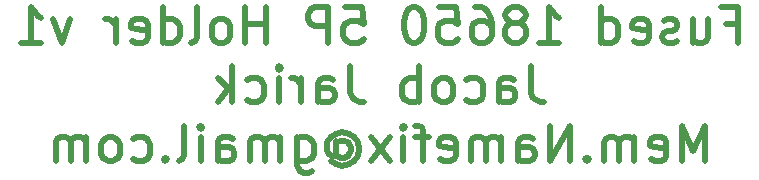
<source format=gbr>
G04 #@! TF.GenerationSoftware,KiCad,Pcbnew,(5.1.2)-2*
G04 #@! TF.CreationDate,2019-10-08T20:06:50+08:00*
G04 #@! TF.ProjectId,18650 holder,31383635-3020-4686-9f6c-6465722e6b69,rev?*
G04 #@! TF.SameCoordinates,Original*
G04 #@! TF.FileFunction,Legend,Bot*
G04 #@! TF.FilePolarity,Positive*
%FSLAX46Y46*%
G04 Gerber Fmt 4.6, Leading zero omitted, Abs format (unit mm)*
G04 Created by KiCad (PCBNEW (5.1.2)-2) date 2019-10-08 20:06:50*
%MOMM*%
%LPD*%
G04 APERTURE LIST*
%ADD10C,0.500000*%
G04 APERTURE END LIST*
D10*
X182535714Y-107035714D02*
X183535714Y-107035714D01*
X183535714Y-108607142D02*
X183535714Y-105607142D01*
X182107142Y-105607142D01*
X179678571Y-106607142D02*
X179678571Y-108607142D01*
X180964285Y-106607142D02*
X180964285Y-108178571D01*
X180821428Y-108464285D01*
X180535714Y-108607142D01*
X180107142Y-108607142D01*
X179821428Y-108464285D01*
X179678571Y-108321428D01*
X178392857Y-108464285D02*
X178107142Y-108607142D01*
X177535714Y-108607142D01*
X177250000Y-108464285D01*
X177107142Y-108178571D01*
X177107142Y-108035714D01*
X177250000Y-107750000D01*
X177535714Y-107607142D01*
X177964285Y-107607142D01*
X178250000Y-107464285D01*
X178392857Y-107178571D01*
X178392857Y-107035714D01*
X178250000Y-106750000D01*
X177964285Y-106607142D01*
X177535714Y-106607142D01*
X177250000Y-106750000D01*
X174678571Y-108464285D02*
X174964285Y-108607142D01*
X175535714Y-108607142D01*
X175821428Y-108464285D01*
X175964285Y-108178571D01*
X175964285Y-107035714D01*
X175821428Y-106750000D01*
X175535714Y-106607142D01*
X174964285Y-106607142D01*
X174678571Y-106750000D01*
X174535714Y-107035714D01*
X174535714Y-107321428D01*
X175964285Y-107607142D01*
X171964285Y-108607142D02*
X171964285Y-105607142D01*
X171964285Y-108464285D02*
X172250000Y-108607142D01*
X172821428Y-108607142D01*
X173107142Y-108464285D01*
X173250000Y-108321428D01*
X173392857Y-108035714D01*
X173392857Y-107178571D01*
X173250000Y-106892857D01*
X173107142Y-106750000D01*
X172821428Y-106607142D01*
X172250000Y-106607142D01*
X171964285Y-106750000D01*
X166678571Y-108607142D02*
X168392857Y-108607142D01*
X167535714Y-108607142D02*
X167535714Y-105607142D01*
X167821428Y-106035714D01*
X168107142Y-106321428D01*
X168392857Y-106464285D01*
X164964285Y-106892857D02*
X165250000Y-106750000D01*
X165392857Y-106607142D01*
X165535714Y-106321428D01*
X165535714Y-106178571D01*
X165392857Y-105892857D01*
X165250000Y-105750000D01*
X164964285Y-105607142D01*
X164392857Y-105607142D01*
X164107142Y-105750000D01*
X163964285Y-105892857D01*
X163821428Y-106178571D01*
X163821428Y-106321428D01*
X163964285Y-106607142D01*
X164107142Y-106750000D01*
X164392857Y-106892857D01*
X164964285Y-106892857D01*
X165250000Y-107035714D01*
X165392857Y-107178571D01*
X165535714Y-107464285D01*
X165535714Y-108035714D01*
X165392857Y-108321428D01*
X165250000Y-108464285D01*
X164964285Y-108607142D01*
X164392857Y-108607142D01*
X164107142Y-108464285D01*
X163964285Y-108321428D01*
X163821428Y-108035714D01*
X163821428Y-107464285D01*
X163964285Y-107178571D01*
X164107142Y-107035714D01*
X164392857Y-106892857D01*
X161250000Y-105607142D02*
X161821428Y-105607142D01*
X162107142Y-105750000D01*
X162250000Y-105892857D01*
X162535714Y-106321428D01*
X162678571Y-106892857D01*
X162678571Y-108035714D01*
X162535714Y-108321428D01*
X162392857Y-108464285D01*
X162107142Y-108607142D01*
X161535714Y-108607142D01*
X161250000Y-108464285D01*
X161107142Y-108321428D01*
X160964285Y-108035714D01*
X160964285Y-107321428D01*
X161107142Y-107035714D01*
X161250000Y-106892857D01*
X161535714Y-106750000D01*
X162107142Y-106750000D01*
X162392857Y-106892857D01*
X162535714Y-107035714D01*
X162678571Y-107321428D01*
X158250000Y-105607142D02*
X159678571Y-105607142D01*
X159821428Y-107035714D01*
X159678571Y-106892857D01*
X159392857Y-106750000D01*
X158678571Y-106750000D01*
X158392857Y-106892857D01*
X158250000Y-107035714D01*
X158107142Y-107321428D01*
X158107142Y-108035714D01*
X158250000Y-108321428D01*
X158392857Y-108464285D01*
X158678571Y-108607142D01*
X159392857Y-108607142D01*
X159678571Y-108464285D01*
X159821428Y-108321428D01*
X156250000Y-105607142D02*
X155964285Y-105607142D01*
X155678571Y-105750000D01*
X155535714Y-105892857D01*
X155392857Y-106178571D01*
X155250000Y-106750000D01*
X155250000Y-107464285D01*
X155392857Y-108035714D01*
X155535714Y-108321428D01*
X155678571Y-108464285D01*
X155964285Y-108607142D01*
X156250000Y-108607142D01*
X156535714Y-108464285D01*
X156678571Y-108321428D01*
X156821428Y-108035714D01*
X156964285Y-107464285D01*
X156964285Y-106750000D01*
X156821428Y-106178571D01*
X156678571Y-105892857D01*
X156535714Y-105750000D01*
X156250000Y-105607142D01*
X150250000Y-105607142D02*
X151678571Y-105607142D01*
X151821428Y-107035714D01*
X151678571Y-106892857D01*
X151392857Y-106750000D01*
X150678571Y-106750000D01*
X150392857Y-106892857D01*
X150250000Y-107035714D01*
X150107142Y-107321428D01*
X150107142Y-108035714D01*
X150250000Y-108321428D01*
X150392857Y-108464285D01*
X150678571Y-108607142D01*
X151392857Y-108607142D01*
X151678571Y-108464285D01*
X151821428Y-108321428D01*
X148821428Y-108607142D02*
X148821428Y-105607142D01*
X147678571Y-105607142D01*
X147392857Y-105750000D01*
X147250000Y-105892857D01*
X147107142Y-106178571D01*
X147107142Y-106607142D01*
X147250000Y-106892857D01*
X147392857Y-107035714D01*
X147678571Y-107178571D01*
X148821428Y-107178571D01*
X143535714Y-108607142D02*
X143535714Y-105607142D01*
X143535714Y-107035714D02*
X141821428Y-107035714D01*
X141821428Y-108607142D02*
X141821428Y-105607142D01*
X139964285Y-108607142D02*
X140250000Y-108464285D01*
X140392857Y-108321428D01*
X140535714Y-108035714D01*
X140535714Y-107178571D01*
X140392857Y-106892857D01*
X140250000Y-106750000D01*
X139964285Y-106607142D01*
X139535714Y-106607142D01*
X139250000Y-106750000D01*
X139107142Y-106892857D01*
X138964285Y-107178571D01*
X138964285Y-108035714D01*
X139107142Y-108321428D01*
X139250000Y-108464285D01*
X139535714Y-108607142D01*
X139964285Y-108607142D01*
X137250000Y-108607142D02*
X137535714Y-108464285D01*
X137678571Y-108178571D01*
X137678571Y-105607142D01*
X134821428Y-108607142D02*
X134821428Y-105607142D01*
X134821428Y-108464285D02*
X135107142Y-108607142D01*
X135678571Y-108607142D01*
X135964285Y-108464285D01*
X136107142Y-108321428D01*
X136250000Y-108035714D01*
X136250000Y-107178571D01*
X136107142Y-106892857D01*
X135964285Y-106750000D01*
X135678571Y-106607142D01*
X135107142Y-106607142D01*
X134821428Y-106750000D01*
X132250000Y-108464285D02*
X132535714Y-108607142D01*
X133107142Y-108607142D01*
X133392857Y-108464285D01*
X133535714Y-108178571D01*
X133535714Y-107035714D01*
X133392857Y-106750000D01*
X133107142Y-106607142D01*
X132535714Y-106607142D01*
X132250000Y-106750000D01*
X132107142Y-107035714D01*
X132107142Y-107321428D01*
X133535714Y-107607142D01*
X130821428Y-108607142D02*
X130821428Y-106607142D01*
X130821428Y-107178571D02*
X130678571Y-106892857D01*
X130535714Y-106750000D01*
X130250000Y-106607142D01*
X129964285Y-106607142D01*
X126964285Y-106607142D02*
X126250000Y-108607142D01*
X125535714Y-106607142D01*
X122821428Y-108607142D02*
X124535714Y-108607142D01*
X123678571Y-108607142D02*
X123678571Y-105607142D01*
X123964285Y-106035714D01*
X124250000Y-106321428D01*
X124535714Y-106464285D01*
X165964285Y-110607142D02*
X165964285Y-112750000D01*
X166107142Y-113178571D01*
X166392857Y-113464285D01*
X166821428Y-113607142D01*
X167107142Y-113607142D01*
X163250000Y-113607142D02*
X163250000Y-112035714D01*
X163392857Y-111750000D01*
X163678571Y-111607142D01*
X164250000Y-111607142D01*
X164535714Y-111750000D01*
X163250000Y-113464285D02*
X163535714Y-113607142D01*
X164250000Y-113607142D01*
X164535714Y-113464285D01*
X164678571Y-113178571D01*
X164678571Y-112892857D01*
X164535714Y-112607142D01*
X164250000Y-112464285D01*
X163535714Y-112464285D01*
X163250000Y-112321428D01*
X160535714Y-113464285D02*
X160821428Y-113607142D01*
X161392857Y-113607142D01*
X161678571Y-113464285D01*
X161821428Y-113321428D01*
X161964285Y-113035714D01*
X161964285Y-112178571D01*
X161821428Y-111892857D01*
X161678571Y-111750000D01*
X161392857Y-111607142D01*
X160821428Y-111607142D01*
X160535714Y-111750000D01*
X158821428Y-113607142D02*
X159107142Y-113464285D01*
X159250000Y-113321428D01*
X159392857Y-113035714D01*
X159392857Y-112178571D01*
X159250000Y-111892857D01*
X159107142Y-111750000D01*
X158821428Y-111607142D01*
X158392857Y-111607142D01*
X158107142Y-111750000D01*
X157964285Y-111892857D01*
X157821428Y-112178571D01*
X157821428Y-113035714D01*
X157964285Y-113321428D01*
X158107142Y-113464285D01*
X158392857Y-113607142D01*
X158821428Y-113607142D01*
X156535714Y-113607142D02*
X156535714Y-110607142D01*
X156535714Y-111750000D02*
X156250000Y-111607142D01*
X155678571Y-111607142D01*
X155392857Y-111750000D01*
X155250000Y-111892857D01*
X155107142Y-112178571D01*
X155107142Y-113035714D01*
X155250000Y-113321428D01*
X155392857Y-113464285D01*
X155678571Y-113607142D01*
X156250000Y-113607142D01*
X156535714Y-113464285D01*
X150678571Y-110607142D02*
X150678571Y-112750000D01*
X150821428Y-113178571D01*
X151107142Y-113464285D01*
X151535714Y-113607142D01*
X151821428Y-113607142D01*
X147964285Y-113607142D02*
X147964285Y-112035714D01*
X148107142Y-111750000D01*
X148392857Y-111607142D01*
X148964285Y-111607142D01*
X149250000Y-111750000D01*
X147964285Y-113464285D02*
X148250000Y-113607142D01*
X148964285Y-113607142D01*
X149250000Y-113464285D01*
X149392857Y-113178571D01*
X149392857Y-112892857D01*
X149250000Y-112607142D01*
X148964285Y-112464285D01*
X148250000Y-112464285D01*
X147964285Y-112321428D01*
X146535714Y-113607142D02*
X146535714Y-111607142D01*
X146535714Y-112178571D02*
X146392857Y-111892857D01*
X146250000Y-111750000D01*
X145964285Y-111607142D01*
X145678571Y-111607142D01*
X144678571Y-113607142D02*
X144678571Y-111607142D01*
X144678571Y-110607142D02*
X144821428Y-110750000D01*
X144678571Y-110892857D01*
X144535714Y-110750000D01*
X144678571Y-110607142D01*
X144678571Y-110892857D01*
X141964285Y-113464285D02*
X142250000Y-113607142D01*
X142821428Y-113607142D01*
X143107142Y-113464285D01*
X143250000Y-113321428D01*
X143392857Y-113035714D01*
X143392857Y-112178571D01*
X143250000Y-111892857D01*
X143107142Y-111750000D01*
X142821428Y-111607142D01*
X142250000Y-111607142D01*
X141964285Y-111750000D01*
X140678571Y-113607142D02*
X140678571Y-110607142D01*
X140392857Y-112464285D02*
X139535714Y-113607142D01*
X139535714Y-111607142D02*
X140678571Y-112750000D01*
X180750000Y-118607142D02*
X180750000Y-115607142D01*
X179750000Y-117750000D01*
X178750000Y-115607142D01*
X178750000Y-118607142D01*
X176178571Y-118464285D02*
X176464285Y-118607142D01*
X177035714Y-118607142D01*
X177321428Y-118464285D01*
X177464285Y-118178571D01*
X177464285Y-117035714D01*
X177321428Y-116750000D01*
X177035714Y-116607142D01*
X176464285Y-116607142D01*
X176178571Y-116750000D01*
X176035714Y-117035714D01*
X176035714Y-117321428D01*
X177464285Y-117607142D01*
X174750000Y-118607142D02*
X174750000Y-116607142D01*
X174750000Y-116892857D02*
X174607142Y-116750000D01*
X174321428Y-116607142D01*
X173892857Y-116607142D01*
X173607142Y-116750000D01*
X173464285Y-117035714D01*
X173464285Y-118607142D01*
X173464285Y-117035714D02*
X173321428Y-116750000D01*
X173035714Y-116607142D01*
X172607142Y-116607142D01*
X172321428Y-116750000D01*
X172178571Y-117035714D01*
X172178571Y-118607142D01*
X170750000Y-118321428D02*
X170607142Y-118464285D01*
X170750000Y-118607142D01*
X170892857Y-118464285D01*
X170750000Y-118321428D01*
X170750000Y-118607142D01*
X169321428Y-118607142D02*
X169321428Y-115607142D01*
X167607142Y-118607142D01*
X167607142Y-115607142D01*
X164892857Y-118607142D02*
X164892857Y-117035714D01*
X165035714Y-116750000D01*
X165321428Y-116607142D01*
X165892857Y-116607142D01*
X166178571Y-116750000D01*
X164892857Y-118464285D02*
X165178571Y-118607142D01*
X165892857Y-118607142D01*
X166178571Y-118464285D01*
X166321428Y-118178571D01*
X166321428Y-117892857D01*
X166178571Y-117607142D01*
X165892857Y-117464285D01*
X165178571Y-117464285D01*
X164892857Y-117321428D01*
X163464285Y-118607142D02*
X163464285Y-116607142D01*
X163464285Y-116892857D02*
X163321428Y-116750000D01*
X163035714Y-116607142D01*
X162607142Y-116607142D01*
X162321428Y-116750000D01*
X162178571Y-117035714D01*
X162178571Y-118607142D01*
X162178571Y-117035714D02*
X162035714Y-116750000D01*
X161750000Y-116607142D01*
X161321428Y-116607142D01*
X161035714Y-116750000D01*
X160892857Y-117035714D01*
X160892857Y-118607142D01*
X158321428Y-118464285D02*
X158607142Y-118607142D01*
X159178571Y-118607142D01*
X159464285Y-118464285D01*
X159607142Y-118178571D01*
X159607142Y-117035714D01*
X159464285Y-116750000D01*
X159178571Y-116607142D01*
X158607142Y-116607142D01*
X158321428Y-116750000D01*
X158178571Y-117035714D01*
X158178571Y-117321428D01*
X159607142Y-117607142D01*
X157321428Y-116607142D02*
X156178571Y-116607142D01*
X156892857Y-118607142D02*
X156892857Y-116035714D01*
X156750000Y-115750000D01*
X156464285Y-115607142D01*
X156178571Y-115607142D01*
X155178571Y-118607142D02*
X155178571Y-116607142D01*
X155178571Y-115607142D02*
X155321428Y-115750000D01*
X155178571Y-115892857D01*
X155035714Y-115750000D01*
X155178571Y-115607142D01*
X155178571Y-115892857D01*
X154035714Y-118607142D02*
X152464285Y-116607142D01*
X154035714Y-116607142D02*
X152464285Y-118607142D01*
X149464285Y-117178571D02*
X149607142Y-117035714D01*
X149892857Y-116892857D01*
X150178571Y-116892857D01*
X150464285Y-117035714D01*
X150607142Y-117178571D01*
X150750000Y-117464285D01*
X150750000Y-117750000D01*
X150607142Y-118035714D01*
X150464285Y-118178571D01*
X150178571Y-118321428D01*
X149892857Y-118321428D01*
X149607142Y-118178571D01*
X149464285Y-118035714D01*
X149464285Y-116892857D02*
X149464285Y-118035714D01*
X149321428Y-118178571D01*
X149178571Y-118178571D01*
X148892857Y-118035714D01*
X148750000Y-117750000D01*
X148750000Y-117035714D01*
X149035714Y-116607142D01*
X149464285Y-116321428D01*
X150035714Y-116178571D01*
X150607142Y-116321428D01*
X151035714Y-116607142D01*
X151321428Y-117035714D01*
X151464285Y-117607142D01*
X151321428Y-118178571D01*
X151035714Y-118607142D01*
X150607142Y-118892857D01*
X150035714Y-119035714D01*
X149464285Y-118892857D01*
X149035714Y-118607142D01*
X146178571Y-116607142D02*
X146178571Y-119035714D01*
X146321428Y-119321428D01*
X146464285Y-119464285D01*
X146750000Y-119607142D01*
X147178571Y-119607142D01*
X147464285Y-119464285D01*
X146178571Y-118464285D02*
X146464285Y-118607142D01*
X147035714Y-118607142D01*
X147321428Y-118464285D01*
X147464285Y-118321428D01*
X147607142Y-118035714D01*
X147607142Y-117178571D01*
X147464285Y-116892857D01*
X147321428Y-116750000D01*
X147035714Y-116607142D01*
X146464285Y-116607142D01*
X146178571Y-116750000D01*
X144750000Y-118607142D02*
X144750000Y-116607142D01*
X144750000Y-116892857D02*
X144607142Y-116750000D01*
X144321428Y-116607142D01*
X143892857Y-116607142D01*
X143607142Y-116750000D01*
X143464285Y-117035714D01*
X143464285Y-118607142D01*
X143464285Y-117035714D02*
X143321428Y-116750000D01*
X143035714Y-116607142D01*
X142607142Y-116607142D01*
X142321428Y-116750000D01*
X142178571Y-117035714D01*
X142178571Y-118607142D01*
X139464285Y-118607142D02*
X139464285Y-117035714D01*
X139607142Y-116750000D01*
X139892857Y-116607142D01*
X140464285Y-116607142D01*
X140750000Y-116750000D01*
X139464285Y-118464285D02*
X139750000Y-118607142D01*
X140464285Y-118607142D01*
X140750000Y-118464285D01*
X140892857Y-118178571D01*
X140892857Y-117892857D01*
X140750000Y-117607142D01*
X140464285Y-117464285D01*
X139750000Y-117464285D01*
X139464285Y-117321428D01*
X138035714Y-118607142D02*
X138035714Y-116607142D01*
X138035714Y-115607142D02*
X138178571Y-115750000D01*
X138035714Y-115892857D01*
X137892857Y-115750000D01*
X138035714Y-115607142D01*
X138035714Y-115892857D01*
X136178571Y-118607142D02*
X136464285Y-118464285D01*
X136607142Y-118178571D01*
X136607142Y-115607142D01*
X135035714Y-118321428D02*
X134892857Y-118464285D01*
X135035714Y-118607142D01*
X135178571Y-118464285D01*
X135035714Y-118321428D01*
X135035714Y-118607142D01*
X132321428Y-118464285D02*
X132607142Y-118607142D01*
X133178571Y-118607142D01*
X133464285Y-118464285D01*
X133607142Y-118321428D01*
X133750000Y-118035714D01*
X133750000Y-117178571D01*
X133607142Y-116892857D01*
X133464285Y-116750000D01*
X133178571Y-116607142D01*
X132607142Y-116607142D01*
X132321428Y-116750000D01*
X130607142Y-118607142D02*
X130892857Y-118464285D01*
X131035714Y-118321428D01*
X131178571Y-118035714D01*
X131178571Y-117178571D01*
X131035714Y-116892857D01*
X130892857Y-116750000D01*
X130607142Y-116607142D01*
X130178571Y-116607142D01*
X129892857Y-116750000D01*
X129750000Y-116892857D01*
X129607142Y-117178571D01*
X129607142Y-118035714D01*
X129750000Y-118321428D01*
X129892857Y-118464285D01*
X130178571Y-118607142D01*
X130607142Y-118607142D01*
X128321428Y-118607142D02*
X128321428Y-116607142D01*
X128321428Y-116892857D02*
X128178571Y-116750000D01*
X127892857Y-116607142D01*
X127464285Y-116607142D01*
X127178571Y-116750000D01*
X127035714Y-117035714D01*
X127035714Y-118607142D01*
X127035714Y-117035714D02*
X126892857Y-116750000D01*
X126607142Y-116607142D01*
X126178571Y-116607142D01*
X125892857Y-116750000D01*
X125750000Y-117035714D01*
X125750000Y-118607142D01*
M02*

</source>
